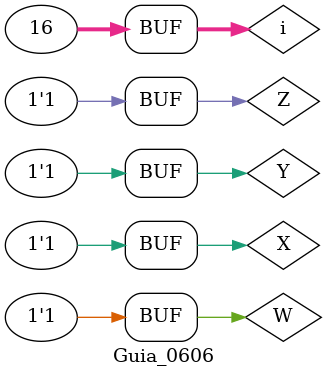
<source format=v>


module g0606 ( output S1,
               output S2,
               input  X, Y, W, Z ); // MAXTERMOS
    assign S1 = ( ( ~(~X|~Y|W) & ~(X&Y&~W) ) | ~( (Y&Z&W) | ~X ) ); // expressao 
    assign S2 = (X|W) & (X|~W) & (~Y|~W|~Z);                        // expressao simplificada
endmodule // g0606

module f0606 ( output S, input X, input Y, input W, input Z ); 
    // definir dado local   
    wire not_y, not_w, not_z;
    wire o1, o2, o3, o4;
    wire a1;
    // descrever por portas
    not NOT1 ( not_y, Y );
    not NOT2 ( not_w, W );
    not NOT3 ( not_z, Z );
    or  OR1  ( o1, X, W );
    or  OR2  ( o2, X, not_w );
    or  OR3  ( o3, not_y, not_w );
    or  OR4  ( o4, o3, not_z );
    and AND1 ( a1, o1, o2 );
    and AND2 ( S, a1, o4 );
endmodule // f0606

// --------------------- 
// Guia_0606 
// --------------------- 

module Guia_0606; 
    reg   X = 0, Y = 0, W = 0, Z = 0; 
    wire  S1, S2, S3; 
    integer i = 0; 
    // instancias 
    g0606 EXP (S1, S2, X, Y, W, Z); 
    f0606 CIR (S3, X, Y, W, Z);
    // valores iniciais 
    initial begin: start 
        X=1'bx; Y=1'bx; W=1'bz; Z=1'bx;   // indefinidos 
    end // start

    // parte principal 
    initial begin: main 
        // identificacao 
        $display("Guia_0606 - Teste ");  
        
        // monitoramento 
        $display("\nExpressao:");
        $display(" X  Y  W  Z = S1"); 
        $monitor("%2b %2b %2b %2b = %2b", X, Y, W, Z, S1 ); 
        for (i = 0; i < 16; i = i + 1) begin
            { X, Y, W, Z } = i;
            #1;
        end // for

        $display("\nExpressao simplificada:");
        $display(" X  Y  W  Z = S2"); 
        $monitor("%2b %2b %2b %2b = %2b", X, Y, W, Z, S2 ); 
        for (i = 0; i < 16; i = i + 1) begin
            { X, Y, W, Z } = i;
            #1;
        end // for

        $display("\nExpressao simplificada feita com Circuito:");
        $display(" X  Y  W  Z = S3"); 
        $monitor("%2b %2b %2b %2b = %2b", X, Y, W, Z, S3 ); 
        for (i = 0; i < 16; i = i + 1) begin
            { X, Y, W, Z } = i;
            #1;
        end // for

    end // main

endmodule // Guia_0606 
</source>
